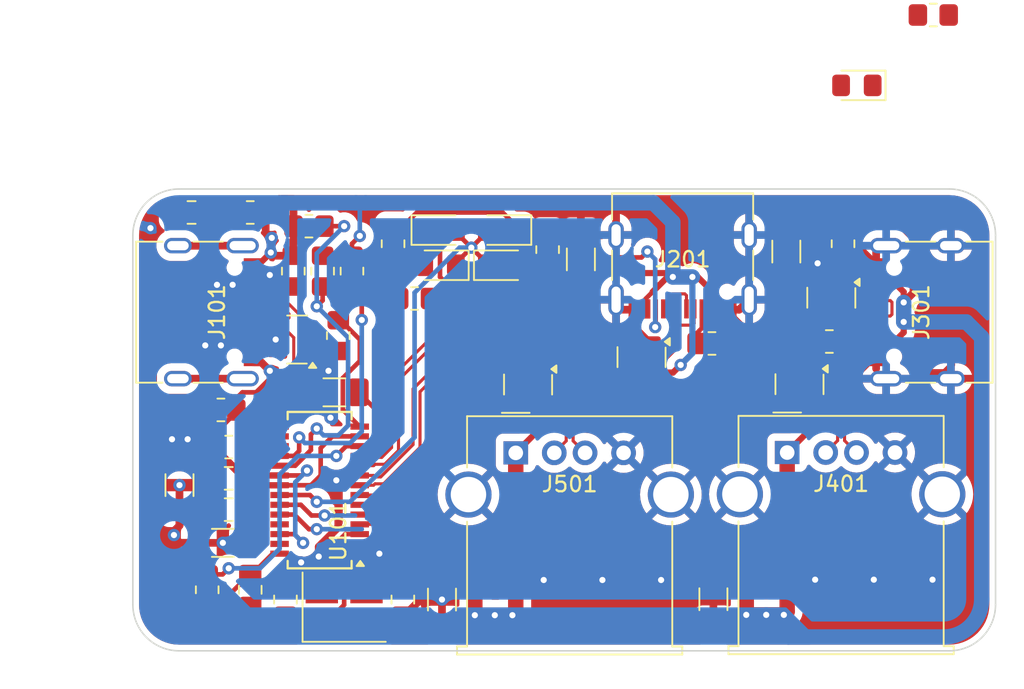
<source format=kicad_pcb>
(kicad_pcb (version 20240108) (generator "pcbnew") (generator_version "8.0")
  (layers (0 "F.Cu" signal) (1 "In1.Cu" signal) (2 "In2.Cu" signal) (31 "B.Cu" signal) (34 "B.Paste" user) (35 "F.Paste" user) (36 "B.SilkS" user "B.Silkscreen") (37 "F.SilkS" user "F.Silkscreen") (38 "B.Mask" user) (39 "F.Mask" user) (44 "Edge.Cuts" user))
  (net 0 "")
  (net 1 "Net-(J101-SHIELD)")
  (net 2 "GND")
  (net 4 "Net-(U101-XOUT)")
  (net 5 "+5V")
  (net 6 "Net-(J101-CC2)")
  (net 7 "Net-(U101-XIN)")
  (net 8 "Net-(J101-CC1)")
  (net 10 "+3.3V")
  (net 11 "/D4USB+")
  (net 12 "Net-(D101-K)")
  (net 14 "/DRV")
  (net 15 "Net-(D102-K)")
  (net 16 "Net-(D105-A)")
  (net 17 "Net-(J201-CC2)")
  (net 18 "/UUSB-")
  (net 19 "/UUSB+")
  (net 20 "Net-(U101-REXT)")
  (net 21 "Net-(U101-~{XRSTJ})")
  (net 22 "Net-(U101-BUSJ)")
  (net 23 "/D4USB-")
  (net 24 "Net-(U101-VBUSM)")
  (net 26 "/D3USB+")
  (net 27 "/D1USB-")
  (net 28 "/D3USB-")
  (net 29 "/D2USB+")
  (net 30 "/D2USB-")
  (net 31 "/D1USB+")
  (net 33 "Net-(J201-CC1)")
  (net 35 "Net-(J301-CC2)")
  (net 36 "Net-(U101-VD18_O)")
  (net 37 "Net-(U101-VD18)")
  (net 38 "Net-(J301-CC1)")
  (net 41 "/LED1")
  (net 42 "/LED2")
  (footprint "Connector_USB:USB_A_Molex_67643_Horizontal" (layer "F.Cu") (at 139.155 106.04)
    (property "Reference" "J501")
    (property "Value" "USB_A")
  )
  (footprint "Package_TO_SOT_SMD:SOT-143" (layer "F.Cu") (at 157.573 101.579 -90)
    (property "Reference" "D401" (hide yes))
    (property "Value" "PRTR5V0U2X")
  )
  (footprint "LED_SMD:LED_0805_2012Metric_Pad1.15x1.40mm_HandSolder" (layer "F.Cu") (at 138.303 93.853)
    (property "Reference" "D103" (hide yes))
    (property "Value" "LED")
  )
  (footprint "LED_SMD:LED_0805_2012Metric_Pad1.15x1.40mm_HandSolder" (layer "F.Cu") (at 134.239 93.853 180)
    (property "Reference" "D104" (hide yes))
    (property "Value" "LED")
  )
  (footprint "Capacitor_SMD:C_1206_3216Metric_Pad1.33x1.80mm_HandSolder" (layer "F.Cu") (at 120.142 111.887 180)
    (property "Reference" "C106" (hide yes))
    (property "Value" "10u")
  )
  (footprint "local:USB_C_Receptacle_G-Switch_GT-USB-7010ASV_shortened" (layer "F.Cu") (at 118.3 96.9 -90)
    (property "Reference" "J101")
    (property "Value" "USB_C_Receptacle_USB2.0_16P")
  )
  (footprint "Resistor_SMD:R_0805_2012Metric_Pad1.20x1.40mm_HandSolder" (layer "F.Cu") (at 126.619 94.234 -90)
    (property "Reference" "R108" (hide yes))
    (property "Value" "100k")
  )
  (footprint "Capacitor_SMD:C_1206_3216Metric_Pad1.33x1.80mm_HandSolder" (layer "F.Cu") (at 134.366 115.57 -90)
    (property "Reference" "C501" (hide yes))
    (property "Value" "10u")
  )
  (footprint "Resistor_SMD:R_0805_2012Metric_Pad1.20x1.40mm_HandSolder" (layer "F.Cu") (at 151.892 98.933)
    (property "Reference" "R202" (hide yes))
    (property "Value" "?")
  )
  (footprint "Resistor_SMD:R_0805_2012Metric_Pad1.20x1.40mm_HandSolder" (layer "F.Cu") (at 166.259 77.597)
    (property "Reference" "R103" (hide yes))
    (property "Value" "300R")
  )
  (footprint "Capacitor_SMD:C_1206_3216Metric_Pad1.33x1.80mm_HandSolder" (layer "F.Cu") (at 151.985 115.549 -90)
    (property "Reference" "C401" (hide yes))
    (property "Value" "10u")
  )
  (footprint "Resistor_SMD:R_0805_2012Metric_Pad1.20x1.40mm_HandSolder" (layer "F.Cu") (at 160.401 92.456 90)
    (property "Reference" "R301" (hide yes))
    (property "Value" "?")
  )
  (footprint "Capacitor_SMD:C_0805_2012Metric_Pad1.18x1.45mm_HandSolder" (layer "F.Cu") (at 131.826 115.57 90)
    (property "Reference" "C104" (hide yes))
    (property "Value" "10p")
  )
  (footprint "Resistor_SMD:R_0805_2012Metric_Pad1.20x1.40mm_HandSolder" (layer "F.Cu") (at 127.635 98.425 90)
    (property "Reference" "R111" (hide yes))
    (property "Value" "2k7 1%")
  )
  (footprint "Capacitor_SMD:C_0805_2012Metric_Pad1.18x1.45mm_HandSolder" (layer "F.Cu") (at 120.523 109.728 180)
    (property "Reference" "C107" (hide yes))
    (property "Value" "100n")
  )
  (footprint "Resistor_SMD:R_0805_2012Metric_Pad1.20x1.40mm_HandSolder" (layer "F.Cu") (at 120.523 105.664)
    (property "Reference" "R107" (hide yes))
    (property "Value" "100k")
  )
  (footprint "Package_TO_SOT_SMD:SOT-143" (layer "F.Cu") (at 159.639 95.9612 -90)
    (property "Reference" "D301" (hide yes))
    (property "Value" "PRTR5V0U2X")
  )
  (footprint "Resistor_SMD:R_0805_2012Metric_Pad1.20x1.40mm_HandSolder" (layer "F.Cu") (at 124.714 94.234 90)
    (property "Reference" "R105" (hide yes))
    (property "Value" "5k1")
  )
  (footprint "Capacitor_SMD:C_0805_2012Metric_Pad1.18x1.45mm_HandSolder" (layer "F.Cu") (at 121.92 114.935 -90)
    (property "Reference" "C109" (hide yes))
    (property "Value" "100n")
  )
  (footprint "local:USB_C_Receptacle_G-Switch_GT-USB-7010ASV_shortened" (layer "F.Cu") (at 166.324 96.901 90)
    (property "Reference" "J301")
    (property "Value" "USB_C_Receptacle_USB2.0_16P")
  )
  (footprint "LED_SMD:LED_0805_2012Metric_Pad1.15x1.40mm_HandSolder" (layer "F.Cu") (at 134.248 91.567)
    (property "Reference" "D101" (hide yes))
    (property "Value" "LED")
  )
  (footprint "Resistor_SMD:R_0805_2012Metric_Pad1.20x1.40mm_HandSolder" (layer "F.Cu") (at 120.015 103.251)
    (property "Reference" "R106" (hide yes))
    (property "Value" "5k1")
  )
  (footprint "Resistor_SMD:R_0805_2012Metric_Pad1.20x1.40mm_HandSolder" (layer "F.Cu") (at 121.92 90.424 180)
    (property "Reference" "R104" (hide yes))
    (property "Value" "100k")
  )
  (footprint "Resistor_SMD:R_0805_2012Metric_Pad1.20x1.40mm_HandSolder" (layer "F.Cu") (at 128.524 94.234 -90)
    (property "Reference" "R110" (hide yes))
    (property "Value" "100k")
  )
  (footprint "Resistor_SMD:R_0805_2012Metric_Pad1.20x1.40mm_HandSolder" (layer "F.Cu") (at 119.126 114.935 -90)
    (property "Reference" "R112" (hide yes))
    (property "Value" "0R")
  )
  (footprint "Resistor_SMD:R_0805_2012Metric_Pad1.20x1.40mm_HandSolder" (layer "F.Cu") (at 159.512 98.806 180)
    (property "Reference" "R302" (hide yes))
    (property "Value" "?")
  )
  (footprint "local:USB_C_Receptacle_G-Switch_GT-USB-7010ASV_shortened" (layer "F.Cu") (at 149.987 92.964 180)
    (property "Reference" "J201")
    (property "Value" "USB_C_Receptacle_USB2.0_16P")
  )
  (footprint "LED_SMD:LED_0805_2012Metric_Pad1.15x1.40mm_HandSolder" (layer "F.Cu") (at 138.303 91.567 180)
    (property "Reference" "D102" (hide yes))
    (property "Value" "LED")
  )
  (footprint "Capacitor_SMD:C_0805_2012Metric_Pad1.18x1.45mm_HandSolder" (layer "F.Cu") (at 118.11 90.424)
    (property "Reference" "C101" (hide yes))
    (property "Value" "10n 200V")
  )
  (footprint "Package_TO_SOT_SMD:SOT-143" (layer "F.Cu") (at 139.954 101.6 -90)
    (property "Reference" "D501" (hide yes))
    (property "Value" "PRTR5V0U2X")
  )
  (footprint "Package_TO_SOT_SMD:SOT-143" (layer "F.Cu") (at 124.968 98.679 180)
    (property "Reference" "D106" (hide yes))
    (property "Value" "PRTR5V0U2X")
  )
  (footprint "Package_SO:SSOP-28_3.9x9.9mm_P0.635mm" (layer "F.Cu") (at 126.425 108.4619 180)
    (property "Reference" "U101")
    (property "Value" "FE1.1s")
  )
  (footprint "Resistor_SMD:R_0805_2012Metric_Pad1.20x1.40mm_HandSolder" (layer "F.Cu") (at 125.73 91.313)
    (property "Reference" "R109" (hide yes))
    (property "Value" "100k")
  )
  (footprint "Capacitor_SMD:C_1206_3216Metric_Pad1.33x1.80mm_HandSolder" (layer "F.Cu") (at 127.381 102.108 180)
    (property "Reference" "C108" (hide yes))
    (property "Value" "10u")
  )
  (footprint "Resistor_SMD:R_0805_2012Metric_Pad1.20x1.40mm_HandSolder" (layer "F.Cu") (at 141.224 92.837 -90)
    (property "Reference" "R201" (hide yes))
    (property "Value" "?")
  )
  (footprint "Capacitor_SMD:C_1206_3216Metric_Pad1.33x1.80mm_HandSolder" (layer "F.Cu") (at 117.3265 108.1366 90)
    (property "Reference" "C102" (hide yes))
    (property "Value" "10u")
  )
  (footprint "Package_TO_SOT_SMD:SOT-143" (layer "F.Cu") (at 147.32 99.822 -90)
    (property "Reference" "D201" (hide yes))
    (property "Value" "PRTR5V0U2X")
  )
  (footprint "Capacitor_SMD:C_1206_3216Metric_Pad1.33x1.80mm_HandSolder" (layer "F.Cu") (at 143.383 93.472 90)
    (property "Reference" "C201" (hide yes))
    (property "Value" "10u")
  )
  (footprint "Capacitor_SMD:C_1206_3216Metric_Pad1.33x1.80mm_HandSolder" (layer "F.Cu") (at 156.718 92.964 -90)
    (property "Reference" "C301" (hide yes))
    (property "Value" "10u")
  )
  (footprint "LED_SMD:LED_0805_2012Metric_Pad1.15x1.40mm_HandSolder" (layer "F.Cu") (at 161.299 82.169 180)
    (property "Reference" "D105" (hide yes))
    (property "Value" "LED")
  )
  (footprint "Crystal:Crystal_SMD_3225-4Pin_3.2x2.5mm_HandSoldering" (layer "F.Cu") (at 128.016 116.0635)
    (property "Reference" "Y101" (hide yes))
    (property "Value" "12MHz")
  )
  (footprint "Resistor_SMD:R_0805_2012Metric_Pad1.20x1.40mm_HandSolder" (layer "F.Cu") (at 132.588 96.012)
    (property "Reference" "R101" (hide yes))
    (property "Value" "300R")
  )
  (footprint "Capacitor_SMD:C_0805_2012Metric_Pad1.18x1.45mm_HandSolder" (layer "F.Cu") (at 120.523 107.696)
    (property "Reference" "C103" (hide yes))
    (property "Value" "100n")
  )
  (footprint "Resistor_SMD:R_0805_2012Metric_Pad1.20x1.40mm_HandSolder" (layer "F.Cu") (at 131.191 92.456 90)
    (property "Reference" "R102" (hide yes))
    (property "Value" "300R")
  )
  (footprint "Capacitor_SMD:C_0805_2012Metric_Pad1.18x1.45mm_HandSolder" (layer "F.Cu") (at 124.206 115.57 -90)
    (property "Reference" "C105" (hide yes))
    (property "Value" "10p")
  )
  (footprint "Connector_USB:USB_A_Molex_67643_Horizontal" (layer "F.Cu") (at 156.774 106.019)
    (property "Reference" "J401")
    (property "Value" "USB_A")
  )
  (gr_arc (start 117.3 118.9) (mid 115.17868 118.02132) (end 114.3 115.9) (stroke (width 0.1)) (layer "Edge.Cuts"))
  (gr_arc (start 114.3 91.9) (mid 115.17868 89.77868) (end 117.3 88.9) (stroke (width 0.1)) (layer "Edge.Cuts"))
  (gr_line (start 167.3 88.9) (end 117.3 88.9) (stroke (width 0.1)) (layer "Edge.Cuts"))
  (gr_line (start 114.3 91.9) (end 114.3 115.9) (stroke (width 0.1)) (layer "Edge.Cuts"))
  (gr_arc (start 167.3 88.9) (mid 169.42132 89.77868) (end 170.3 91.9) (stroke (width 0.1)) (layer "Edge.Cuts"))
  (gr_line (start 170.3 91.9) (end 170.3 115.9) (stroke (width 0.1)) (layer "Edge.Cuts"))
  (gr_arc (start 170.3 115.9) (mid 169.42132 118.02132) (end 167.3 118.9) (stroke (width 0.1)) (layer "Edge.Cuts"))
  (gr_line (start 117.3 118.9) (end 167.3 118.9) (stroke (width 0.1)) (layer "Edge.Cuts"))
  (segment (start 119.1475 90.424) (end 120.92 90.424) (width 0.5) (layer "F.Cu") (net 1))
  (segment (start 117.225 92.58) (end 118.661 92.58) (width 0.5) (layer "F.Cu") (net 1))
  (segment (start 119.1475 92.0935) (end 119.634 92.58) (width 0.5) (layer "F.Cu") (net 1))
  (segment (start 119.634 92.58) (end 121.425 92.58) (width 0.5) (layer "F.Cu") (net 1))
  (segment (start 117.225 101.22) (end 121.425 101.22) (width 0.5) (layer "F.Cu") (net 1))
  (segment (start 119.1475 90.424) (end 119.1475 92.0935) (width 0.5) (layer "F.Cu") (net 1))
  (segment (start 118.661 92.58) (end 119.1475 92.0935) (width 0.5) (layer "F.Cu") (net 1))
  (segment (start 117.225 92.58) (end 119.634 92.58) (width 0.5) (layer "F.Cu") (net 1))
  (segment (start 146.787 97.765) (end 147.844 98.822) (width 0.4) (layer "F.Cu") (net 2))
  (segment (start 159.117654 100.579) (end 161.383 102.844346) (width 0.4) (layer "F.Cu") (net 2))
  (segment (start 153.187 97.134) (end 153.187 96.739) (width 0.4) (layer "F.Cu") (net 2))
  (segment (start 127.127 103.759) (end 127 103.632) (width 0.4) (layer "F.Cu") (net 2))
  (segment (start 162.154 100.101) (end 162.549 100.101) (width 0.4) (layer "F.Cu") (net 2))
  (segment (start 125.391 114.9135) (end 125.01 114.5325) (width 0.5) (layer "F.Cu") (net 2))
  (segment (start 123.19 100.711) (end 123.19 101.219) (width 0.3) (layer "F.Cu") (net 2))
  (segment (start 131.826 116.6075) (end 131.9315 116.6075) (width 0.5) (layer "F.Cu") (net 2))
  (segment (start 160.389 94.9612) (end 159.9852 94.9612) (width 0.3) (layer "F.Cu") (net 2))
  (segment (start 117.348 111.887) (end 118.5795 111.887) (width 0.5) (layer "F.Cu") (net 2))
  (segment (start 118.11 104.394) (end 117.729 104.013) (width 0.3) (layer "F.Cu") (net 2))
  (segment (start 127.508 107.823) (end 127.635 107.95) (width 0.5) (layer "F.Cu") (net 2))
  (segment (start 131.1695 116.6075) (end 130.5635 117.2135) (width 0.5) (layer "F.Cu") (net 2))
  (segment (start 122.301 102.108) (end 121.412 102.108) (width 0.3) (layer "F.Cu") (net 2))
  (segment (start 124.206 114.5325) (end 124.206 113.792) (width 0.5) (layer "F.Cu") (net 2))
  (segment (start 117.3265 109.6991) (end 117.3265 110.7655) (width 0.5) (layer "F.Cu") (net 2))
  (segment (start 126.365 112.776) (end 126.566 112.977) (width 0.5) (layer "F.Cu") (net 2))
  (segment (start 131.826 116.6075) (end 131.1695 116.6075) (width 0.5) (layer "F.Cu") (net 2))
  (segment (start 161.354 92.506) (end 159.208 92.506) (width 0.3) (layer "F.Cu") (net 2))
  (segment (start 125.01 114.5325) (end 124.206 114.5325) (width 0.5) (layer "F.Cu") (net 2))
  (segment (start 129.025 112.5894) (end 130.302 112.5894) (width 0.3) (layer "F.Cu") (net 2))
  (segment (start 131.9315 116.6075) (end 132.969 115.57) (width 0.5) (layer "F.Cu") (net 2))
  (segment (start 122.92 90.424) (end 123.794 89.55) (width 0.5) (layer "F.Cu") (net 2))
  (segment (start 122.139 100.164) (end 122.643 100.164) (width 0.5) (layer "F.Cu") (net 2))
  (segment (start 123.2535 93.0275) (end 122.581 93.7) (width 0.4) (layer "F.Cu") (net 2))
  (segment (start 159.9852 94.9612) (end 158.75 93.726) (width 0.3) (layer "F.Cu") (net 2))
  (segment (start 121.015 103.251) (end 121.015 103.394) (width 0.3) (layer "F.Cu") (net 2))
  (segment (start 161.383 102.844346) (end 161.383 103.611) (width 0.4) (layer "F.Cu") (net 2))
  (segment (start 125.968 99.429) (end 125.968 100.187) (width 0.4) (layer "F.Cu") (net 2))
  (segment (start 143.764 102.865346) (end 143.764 103.632) (width 0.4) (layer "F.Cu") (net 2))
  (segment (start 122.075 100.1) (end 122.139 100.164) (width 0.5) (layer "F.Cu") (net 2))
  (segment (start 151.985 117.1115) (end 152.8355 117.962) (width 1) (layer "F.Cu") (net 2))
  (segment (start 124.206 113.792) (end 124.841 113.157) (width 0.5) (layer "F.Cu") (net 2))
  (segment (start 135.2165 117.983) (end 138.938 117.983) (width 1) (layer "F.Cu") (net 2))
  (segment (start 146.155 106.023) (end 146.155 106.04) (width 0.4) (layer "F.Cu") (net 2))
  (segment (start 134.366 117.1325) (end 133.1845 117.1325) (width 0.5) (layer "F.Cu") (net 2))
  (segment (start 152.8355 117.962) (end 156.557 117.962) (width 1) (layer "F.Cu") (net 2))
  (segment (start 141.498654 100.6) (end 143.764 102.865346) (width 0.4) (layer "F.Cu") (net 2))
  (segment (start 166.987 100.801) (end 165.889 100.801) (width 0.4) (layer "F.Cu") (net 2))
  (segment (start 153.187 96.739) (end 153.657 96.739) (width 0.5) (layer "F.Cu") (net 2))
  (segment (start 163.774 106.002) (end 163.774 106.019) (width 0.4) (layer "F.Cu") (net 2))
  (segment (start 122.581 93.7) (end 122.075 93.7) (width 0.4) (layer "F.Cu") (net 2))
  (segment (start 162.549 93.701) (end 161.354 92.506) (width 0.3) (layer "F.Cu") (net 2))
  (segment (start 123.36 114.5325) (end 121.92 115.9725) (width 0.5) (layer "F.Cu") (net 2))
  (segment (start 133.1845 117.1325) (end 132.6595 116.6075) (width 0.5) (layer "F.Cu") (net 2))
  (segment (start 158.75 92.964) (end 158.75 93.726) (width 0.3) (layer "F.Cu") (net 2))
  (segment (start 127.635 107.95) (end 127.635 110.871) (width 0.5) (layer "F.Cu") (net 2))
  (segment (start 161.383 103.611) (end 163.774 106.002) (width 0.4) (layer "F.Cu") (net 2))
  (segment (start 118.745 107.696) (end 118.3044 108.1366) (width 0.5) (layer "F.Cu") (net 2))
  (segment (start 147.844 98.822) (end 148.07 98.822) (width 0.4) (layer "F.Cu") (net 2))
  (segment (start 143.764 103.632) (end 146.155 106.023) (width 0.4) (layer "F.Cu") (net 2))
  (segment (start 121.015 103.394) (end 120.015 104.394) (width 0.3) (layer "F.Cu") (net 2))
  (segment (start 132.6595 116.6075) (end 131.826 116.6075) (width 0.5) (layer "F.Cu") (net 2))
  (segment (start 146.787 96.739) (end 146.787 97.765) (width 0.4) (layer "F.Cu") (net 2))
  (segment (start 161.417 100.838) (end 162.154 100.101) (width 0.4) (layer "F.Cu") (net 2))
  (segment (start 153.924 97.871) (end 153.187 97.134) (width 0.4) (layer "F.Cu") (net 2))
  (segment (start 162.549 100.101) (end 162.549 100.571) (width 0.5) (layer "F.Cu") (net 2))
  (segment (start 158.323 100.579) (end 159.117654 100.579) (width 0.4) (layer "F.Cu") (net 2))
  (segment (start 121.412 102.108) (end 121.015 102.505) (width 0.3) (layer "F.Cu") (net 2))
  (segment (start 121.015 102.505) (end 121.015 103.251) (width 0.3) (layer "F.Cu") (net 2))
  (segment (start 117.3265 110.7655) (end 116.967 111.125) (width 0.5) (layer "F.Cu") (net 2))
  (segment (start 123.794 89.55) (end 124.714 89.55) (width 0.5) (layer "F.Cu") (net 2))
  (segment (start 118.3044 108.1366) (end 117.3265 108.1366) (width 0.5) (layer "F.Cu") (net 2))
  (segment (start 140.704 100.6) (end 141.498654 100.6) (width 0.4) (layer "F.Cu") (net 2))
  (segment (start 120.015 104.394) (end 118.11 104.394) (width 0.3) (layer "F.Cu") (net 2))
  (segment (start 124.841 113.157) (end 125.222 113.157) (width 0.5) (layer "F.Cu") (net 2))
  (segment (start 130.5635 117.2135) (end 129.466 117.2135) (width 0.5) (layer "F.Cu") (net 2))
  (segment (start 116.967 111.506) (end 117.348 111.887) (width 0.5) (layer "F.Cu") (net 2))
  (segment (start 122.075 93.7) (end 122.087 93.688) (width 0.4) (layer "F.Cu") (net 2))
  (segment (start 126.492 100.711) (end 127 100.711) (width 0.4) (layer "F.Cu") (net 2))
  (segment (start 127.635 110.871) (end 126.365 112.141) (width 0.5) (layer "F.Cu") (net 2))
  (segment (start 153.657 96.739) (end 154.307 96.089) (width 0.5) (layer "F.Cu") (net 2))
  (segment (start 126.566 114.9135) (end 125.391 114.9135) (width 0.5) (layer "F.Cu") (net 2))
  (segment (start 127 103.632) (end 127 100.711) (width 0.4) (layer "F.Cu") (net 2))
  (segment (start 124.206 114.5325) (end 123.36 114.5325) (width 0.5) (layer "F.Cu") (net 2))
  (segment (start 167.479 100.309) (end 166.987 100.801) (width 0.4) (layer "F.Cu") (net 2))
  (segment (start 125.968 100.187) (end 126.492 100.711) (width 0.4) (layer "F.Cu") (net 2))
  (segment (start 122.643 100.164) (end 123.19 100.711) (width 0.5) (layer "F.Cu") (net 2))
  (segment (start 119.4855 107.696) (end 118.745 107.696) (width 0.5) (layer "F.Cu") (net 2))
  (segment (start 134.366 117.1325) (end 135.2165 117.983) (width 1) (layer "F.Cu") (net 2))
  (segment (start 116.967 111.125) (end 116.967 111.506) (width 0.5) (layer "F.Cu") (net 2))
  (segment (start 126.365 112.141) (end 126.365 112.776) (width 0.5) (layer "F.Cu") (net 2))
  (segment (start 132.969 115.57) (end 134.366 115.57) (width 0.5) (layer "F.Cu") (net 2))
  (segment (start 121.285 103.251) (end 121.015 103.251) (width 0.3) (layer "F.Cu") (net 2))
  (segment (start 159.208 92.506) (end 158.75 92.964) (width 0.3) (layer "F.Cu") (net 2))
  (segment (start 126.566 112.977) (end 126.566 114.9135) (width 0.5) (layer "F.Cu") (net 2))
  (segment (start 123.19 101.219) (end 122.301 102.108) (width 0.3) (layer "F.Cu") (net 2))
  (segment (start 126.566 114.9135) (end 126.566 111.94) (width 0.5) (layer "F.Cu") (net 2))
  (via (at 125.222 113.157) (size 0.8) (drill 0.4) (layers "F.Cu" "B.Cu") (net 2))
  (via (at 148.59 114.3) (size 0.8) (drill 0.4) (layers "F.Cu" "B.Cu") (net 2))
  (via (at 134.366 115.57) (size 0.8) (drill 0.4) (layers "F.Cu" "B.Cu") (net 2))
  (via (at 127.127 103.759) (size 0.8) (drill 0.4) (layers "F.Cu" "B.Cu") (net 2))
  (via (at 123.317 92.075) (size 0.8) (drill 0.4) (layers "F.Cu" "B.Cu") (net 2))
  (via (at 123.19 100.711) (size 0.8) (drill 0.4) (layers "F.Cu" "B.Cu") (net 2))
  (via (at 127.508 107.823) (size 0.8) (drill 0.4) (layers "F.Cu" "B.Cu") (net 2))
  (via (at 115.443 91.44) (size 0.8) (drill 0.4) (layers "F.Cu" "B.Cu") (net 2))
  (via (at 166.209 114.279) (size 0.8) (drill 0.4) (layers "F.Cu" "B.Cu") (net 2))
  (via (at 116.967 111.379) (size 0.8) (drill 0.4) (layers "F.Cu" "B.Cu") (net 2))
  (via (at 120.142 111.887) (size 0.8) (drill 0.4) (layers "F.Cu" "B.Cu") (net 2))
  (via (at 127 100.711) (size 0.8) (drill 0.4) (layers "F.Cu" "B.Cu") (net 2))
  (via (at 162.399 114.279) (size 0.8) (drill 0.4) (layers "F.Cu" "B.Cu") (net 2))
  (via (at 158.75 93.726) (size 0.8) (drill 0.4) (layers "F.Cu" "B.Cu") (net 2))
  (via (at 123.2535 93.0275) (size 0.8) (drill 0.4) (layers "F.Cu" "B.Cu") (net 2))
  (via (at 117.3265 108.1366) (size 0.8) (drill 0.4) (layers "F.Cu" "B.Cu") (net 2))
  (via (at 158.589 114.279) (size 0.8) (drill 0.4) (layers "F.Cu" "B.Cu") (net 2))
  (via (at 130.302 112.5894) (size 0.8) (drill 0.4) (layers "F.Cu" "B.Cu") (net 2))
  (via (at 140.97 114.3) (size 0.8) (drill 0.4) (layers "F.Cu" "B.Cu") (net 2))
  (via (at 144.78 114.3) (size 0.8) (drill 0.4) (layers "F.Cu" "B.Cu") (net 2))
  (via (at 126.365 112.776) (size 0.8) (drill 0.4) (layers "F.Cu" "B.Cu") (net 2))
  (segment (start 129.025 111.9544) (end 128.16 111.9544) (width 0.3) (layer "F.Cu") (net 4))
  (segment (start 131.022 114.5325) (end 130.641 114.9135) (width 0.3) (layer "F.Cu") (net 4))
  (segment (start 129.466 113.6584) (end 129.466 114.9135) (width 0.3) (layer "F.Cu") (net 4))
  (segment (start 128.287 113.3514) (end 129.159 113.3514) (width 0.3) (layer "F.Cu") (net 4))
  (segment (start 131.826 114.5325) (end 131.022 114.5325) (width 0.3) (layer "F.Cu") (net 4))
  (segment (start 128.16 111.9544) (end 127.889 112.2254) (width 0.3) (layer "F.Cu") (net 4))
  (segment (start 129.159 113.3514) (end 129.466 113.6584) (width 0.3) (layer "F.Cu") (net 4))
  (segment (start 127.889 112.9534) (end 128.287 113.3514) (width 0.3) (layer "F.Cu") (net 4))
  (segment (start 127.889 112.2254) (end 127.889 112.9534) (width 0.3) (layer "F.Cu") (net 4))
  (segment (start 130.641 114.9135) (end 129.466 114.9135) (width 0.3) (layer "F.Cu") (net 4))
  (segment (start 149.368 100.822) (end 148.27 100.822) (width 0.4) (layer "F.Cu") (net 5))
  (segment (start 139.155 106.04) (end 139.155 116.369) (width 1) (layer "F.Cu") (net 5))
  (segment (start 121.369594 99.3) (end 122.025 99.3) (width 0.3) (layer "F.Cu") (net 5))
  (segment (start 147.587 96.033594) (end 148.035594 95.585) (width 0.3) (layer "F.Cu") (net 5))
  (segment (start 117.475 105.537) (end 117.856 105.156) (width 0.4) (layer "F.Cu") (net 5))
  (segment (start 156.557 116.565) (end 154.118 116.565) (width 1) (layer "F.Cu") (net 5))
  (segment (start 136.499 116.586) (end 136.499 115.036) (width 1) (layer "F.Cu") (net 5))
  (segment (start 121.034248 99.1) (end 121.169594 99.1) (width 0.3) (layer "F.Cu") (net 5))
  (segment (start 123.251 99.629) (end 123.968 99.629) (width 0.4) (layer "F.Cu") (net 5))
  (segment (start 149.352 94.615) (end 149.098 94.361) (width 0.4) (layer "F.Cu") (net 5))
  (segment (start 117.3265 105.6425) (end 117.3265 106.5741) (width 0.5) (layer "F.Cu") (net 5))
  (segment (start 120.777 95.123) (end 119.761 95.123) (width 0.4) (layer "F.Cu") (net 5))
  (segment (start 117.221 105.537) (end 116.84 105.156) (width 0.4) (layer "F.Cu") (net 5))
  (segment (start 164.973 92.075) (end 164.973 95.631) (width 0.5) (layer "F.Cu") (net 5))
  (segment (start 152.387 96.689) (end 152.387 96.033594) (width 0.3) (layer "F.Cu") (net 5))
  (segment (start 117.3265 105.1775) (end 117.348 105.156) (width 0.4) (layer "F.Cu") (net 5))
  (segment (start 122.025 94.5) (end 123.178 94.5) (width 0.5) (layer "F.Cu") (net 5))
  (segment (start 121.555 107.696) (end 119.523 105.664) (width 0.5) (layer "F.Cu") (net 5))
  (segment (start 152.892 98.028) (end 152.892 98.933) (width 0.3) (layer "F.Cu") (net 5))
  (segment (start 143.5985 95.0345) (end 143.383 95.0345) (width 0.4) (layer "F.Cu") (net 5))
  (segment (start 154.118 115.015) (end 153.0895 113.9865) (width 1) (layer "F.Cu") (net 5))
  (segment (start 144.272 94.361) (end 143.5985 95.0345) (width 0.4) (layer "F.Cu") (net 5))
  (segment (start 156.774 116.348) (end 156.557 116.565) (width 1) (layer "F.Cu") (net 5))
  (segment (start 117.856 105.156) (end 117.348 105.156) (width 0.4) (layer "F.Cu") (net 5))
  (segment (start 152.387 96.033594) (end 151.811406 95.458) (width 0.3) (layer "F.Cu") (net 5))
  (segment (start 160.401 91.456) (end 161.782 91.456) (width 0.5) (layer "F.Cu") (net 5))
  (segment (start 136.499 115.036) (end 135.4705 114.0075) (width 1) (layer "F.Cu") (net 5))
  (segment (start 160.3568 96.9612) (end 158.512 98.806) (width 0.3) (layer "F.Cu") (net 5))
  (segment (start 124.7814 111.3194) (end 125.349 111.887) (width 0.3) (layer "F.Cu") (net 5))
  (segment (start 163.703 94.949594) (end 164.338 95.584594) (width 0.4) (layer "F.Cu") (net 5))
  (segment (start 162.179 91.059) (end 163.957 91.059) (width 0.5) (layer "F.Cu") (net 5))
  (segment (start 117.348 105.156) (end 116.84 105.156) (width 0.4) (layer "F.Cu") (net 5))
  (segment (start 117.3265 105.537) (end 117.3265 105.1775) (width 0.4) (layer "F.Cu") (net 5))
  (segment (start 123.178 94.5) (end 123.19 94.488) (width 0.5) (layer "F.Cu") (net 5))
  (segment (start 150.622 94.615) (end 149.005594 94.615) (width 0.4) (layer "F.Cu") (net 5))
  (segment (start 135.4705 114.0075) (end 134.366 114.0075) (width 1) (layer "F.Cu") (net 5))
  (segment (start 164.973 95.631) (end 164.338 96.266) (width 0.5) (layer "F.Cu") (net 5))
  (segment (start 150.968406 94.615) (end 151.811406 95.458) (width 0.4) (layer "F.Cu") (net 5))
  (segment (start 123.968 99.076) (end 123.571 98.679) (width 0.4) (layer "F.Cu") (net 5))
  (segment (start 122.555 107.696) (end 121.5605 107.696) (width 0.4) (layer "F.Cu") (net 5))
  (segment (start 138.938 116.586) (end 136.499 116.586) (width 1) (layer "F.Cu") (net 5))
  (segment (start 121.5605 107.696) (end 121.555 107.696) (width 0.5) (layer "F.Cu") (net 5))
  (segment (start 149.005594 94.615) (end 148.035594 95.585) (width 0.4) (layer "F.Cu") (net 5))
  (segment (start 118.999 99.06) (end 120.015 99.06) (width 0.4) (layer "F.Cu") (net 5))
  (segment (start 160.589 96.9612) (end 160.3568 96.9612) (width 0.3) (layer "F.Cu") (net 5))
  (segment (start 121.169594 99.1) (end 121.369594 99.3) (width 0.3) (layer "F.Cu") (net 5))
  (segment (start 163.957 91.059) (end 164.973 92.075) (width 0.5) (layer "F.Cu") (net 5))
  (segment (start 163.254406 94.501) (end 163.703 94.949594) (width 0.3) (layer "F.Cu") (net 5))
  (segment (start 158.523 104.27) (end 156.774 106.019) (width 0.4) (layer "F.Cu") (net 5))
  (segment (start 120.994248 99.06) (end 121.034248 99.1) (width 0.3) (layer "F.Cu") (net 5))
  (segment (start 160.3465 91.4015) (end 160.401 91.456) (width 0.5) (layer "F.Cu") (net 5))
  (segment (start 142.596 95.0345) (end 143.383 95.0345) (width 0.3) (layer "F.Cu") (net 5))
  (segment (start 156.774 106.019) (end 156.774 116.348) (width 1) (layer "F.Cu") (net 5))
  (segment (start 152.387 97.523) (end 152.892 98.028) (width 0.3) (layer "F.Cu") (net 5))
  (segment (start 119.253 105.664) (end 118.745 105.156) (width 0.5) (layer "F.Cu") (net 5))
  (segment (start 161.163 99.949) (end 159.655 99.949) (width 0.3) (layer "F.Cu") (net 5))
  (segment (start 120.015 99.06) (end 120.994248 99.06) (width 0.3) (layer "F.Cu") (net 5))
  (segment (start 117.856 105.156) (end 117.3265 105.6855) (width 0.5) (layer "F.Cu") (net 5))
  (segment (start 125.2816 107.5094) (end 125.603 107.188) (width 0.3) (layer "F.Cu") (net 5))
  (segment (start 161.811 99.301) (end 161.163 99.949) (width 0.3) (layer "F.Cu") (net 5))
  (segment (start 120.015 99.06) (end 120.923538 99.06) (width 0.4) (layer "F.Cu") (net 5))
  (segment (start 153.0895 113.9865) (end 151.985 113.9865) (width 1) (layer "F.Cu") (net 5))
  (segment (start 163.254406 99.301) (end 163.83 98.725406) (width 0.3) (layer "F.Cu") (net 5))
  (segment (start 123.825 107.5094) (end 122.7416 107.5094) (width 0.4) (layer "F.Cu") (net 5))
  (segment (start 117.3265 105.6855) (end 117.3265 106.5741) (width 0.5) (layer "F.Cu") (net 5))
  (segment (start 123.825 107.5094) (end 125.2816 107.5094) (width 0.3) (layer "F.Cu") (net 5))
  (segment (start 154.118 116.565) (end 154.118 115.015) (width 1) (layer "F.Cu") (net 5))
  (segment (start 117.3265 106.5741) (end 117.3265 105.537) (width 0.4) (layer "F.Cu") (net 5))
  (segment (start 140.904 102.6) (end 140.904 104.291) (width 0.4) (layer "F.Cu") (net 5))
  (segment (start 128.524 93.234) (end 126.619 93.234) (width 0.3) (layer "F.Cu") (net 5))
  (segment (start 162.599 99.301) (end 161.811 99.301) (width 0.3) (layer "F.Cu") (net 5))
  (segment (start 141.3985 93.837) (end 142.596 95.0345) (width 0.3) (layer "F.Cu") (net 5))
  (segment (start 122.922 99.3) (end 123.251 99.629) (width 0.4) (layer "F.Cu") (net 5))
  (segment (start 140.904 104.291) (end 139.155 106.04) (width 0.4) (layer "F.Cu") (net 5))
  (segment (start 158.523 102.579) (end 158.523 104.27) (width 0.4) (layer "F.Cu") (net 5))
  (segment (start 164.338 97.536) (end 164.338 98.217406) (width 0.4) (layer "F.Cu") (net 5))
  (segment (start 123.825 111.3194) (end 124.7814 111.3194) (width 0.3) (layer "F.Cu") (net 5))
  (segment (start 164.338 95.584594) (end 164.338 97.536) (width 0.4) (layer "F.Cu") (net 5))
  (segment (start 149.098 94.361) (end 144.272 94.361) (width 0.4) (layer "F.Cu") (net 5))
  (segment (start 128.524 92.456) (end 129.032 91.948) (width 0.3) (layer "F.Cu") (net 5))
  (segment (start 122.7416 107.5094) (end 122.555 107.696) (width 0.4) (layer "F.Cu") (net 5))
  (segment (start 118.745 105.156) (end 117.856 105.156) (width 0.5) (layer "F.Cu") (net 5))
  (segment (start 149.86 100.33) (end 149.368 100.822) (width 0.4) (layer "F.Cu") (net 5))
  (segment (start 117.856 105.156) (end 116.84 105.156) (width 0.5) (layer "F.Cu") (net 5))
  (segment (start 117.3265 105.537) (end 117.475 105.537) (width 0.4) (layer "F.Cu") (net 5))
  (segment (start 162.599 99.301) (end 163.254406 99.301) (width 0.3) (layer "F.Cu") (net 5))
  (segment (start 164.338 98.217406) (end 163.83 98.725406) (width 0.4) (layer "F.Cu") (net 5))
  (segment (start 117.3265 105.537) (end 117.221 105.537) (width 0.4) (layer "F.Cu") (net 5))
  (segment (start 122.025 99.3) (end 122.922 99.3) (width 0.4) (layer "F.Cu") (net 5))
  (segment (start 162.599 94.501) (end 163.254406 94.501) (width 0.3) (layer "F.Cu") (net 5))
  (segment (start 128.524 93.234) (end 128.524 92.456) (width 0.3) (layer "F.Cu") (net 5))
  (segment (start 141.224 93.837) (end 141.3985 93.837) (width 0.3) (layer "F.Cu") (net 5))
  (segment (start 150.622 94.615) (end 150.968406 94.615) (width 0.4) (layer "F.Cu") (net 5))
  (segment (start 116.84 105.156) (end 117.3265 105.6425) (width 0.5) (layer "F.Cu") (net 5))
  (segment (start 156.718 91.4015) (end 160.3465 91.4015) (width 0.5) (layer "F.Cu") (net 5))
  (segment (start 139.155 116.369) (end 138.938 116.586) (width 1) (layer "F.Cu") (net 5))
  (segment (start 122.025 94.5) (end 121.4 94.5) (width 0.3) (layer "F.Cu") (net 5))
  (segment (start 119.523 105.664) (end 119.253 105.664) (width 0.5) (layer "F.Cu") (net 5))
  (segment (start 123.968 99.629) (end 123.968 99.076) (width 0.4) (layer "F.Cu") (net 5))
  (segment (start 161.782 91.456) (end 162.179 91.059) (width 0.5) (layer "F.Cu") (net 5))
  (segment (start 159.655 99.949) (end 158.512 98.806) (width 0.3) (layer "F.Cu") (net 5))
  (segment (start 147.587 96.689) (end 147.587 96.033594) (width 0.3) (layer "F.Cu") (net 5))
  (segment (start 121.4 94.5) (end 120.777 95.123) (width 0.3) (layer "F.Cu") (net 5))
  (segment (start 152.387 96.689) (end 152.387 97.523) (width 0.3) (layer "F.Cu") (net 5))
  (via (at 129.032 91.948) (size 0.8) (drill 0.4) (layers "F.Cu" "B.Cu") (net 5))
  (via (at 149.352 94.615) (size 0.8) (drill 0.4) (layers "F.Cu" "B.Cu") (net 5))
  (via (at 164.338 96.266) (size 0.8) (drill 0.4) (layers "F.Cu" "B.Cu") (net 5))
  (via (at 164.338 97.536) (size 0.8) (drill 0.4) (layers "F.Cu" "B.Cu") (net 5))
  (via (at 136.499 116.586) (size 0.8) (drill 0.4) (layers "F.Cu" "B.Cu") (net 5))
  (via (at 155.414 116.565) (size 0.8) (drill 0.4) (layers "F.Cu" "B.Cu") (net 5))
  (via (at 116.84 105.156) (size 0.8) (drill 0.4) (layers "F.Cu" "B.Cu") (net 5))
  (via (at 138.938 116.586) (size 0.8) (drill 0.4) (layers "F.Cu" "B.Cu") (net 5))
  (via (at 149.86 100.33) (size 0.8) (drill 0.4) (layers "F.Cu" "B.Cu") (net 5))
  (via (at 117.856 105.156) (size 0.8) (drill 0.4) (layers "F.Cu" "B.Cu") (net 5))
  (via (at 156.557 116.565) (size 0.8) (drill 0.4) (layers "F.Cu" "B.Cu") (net 5))
  (via (at 154.118 116.565) (size 0.8) (drill 0.4) (layers "F.Cu" "B.Cu") (net 5))
  (via (at 120.015 99.06) (size 0.8) (drill 0.4) (layers "F.Cu" "B.Cu") (net 5))
  (via (at 125.603 107.188) (size 0.8) (drill 0.4) (layers "F.Cu" "B.Cu") (net 5))
  (via (at 118.999 99.06) (size 0.8) (drill 0.4) (layers "F.Cu" "B.Cu") (net 5))
  (via (at 137.795 116.586) (size 0.8) (drill 0.4) (layers "F.Cu" "B.Cu") (net 5))
  (via (at 150.622 94.615) (size 0.8) (drill 0.4) (layers "F.Cu" "B.Cu") (net 5))
  (via (at 125.349 111.887) (size 0.8) (drill 0.4) (layers "F.Cu" "B.Cu") (net 5))
  (via (at 123.571 98.679) (size 0.8) (drill 0.4) (layers "F.Cu" "B.Cu") (net 5))
  (via (at 119.761 95.123) (size 0.8) (drill 0.4) (layers "F.Cu" "B.Cu") (net 5))
  (via (at 120.777 95.123) (size 0.8) (drill 0.4) (layers "F.Cu" "B.Cu") (net 5))
  (via (at 123.19 94.488) (size 0.8) (drill 0.4) (layers "F.Cu" "B.Cu") (net 5))
  (segment (start 129.032 90.054) (end 128.778 89.8) (width 0.3) (layer "B.Cu") (net 5))
  (segment (start 128.778 89.8) (end 123.941 89.8) (width 1) (layer "B.Cu") (net 5))
  (segment (start 124.841 107.95) (end 125.603 107.188) (width 0.3) (layer "B.Cu") (net 5))
  (segment (start 169.4 98.534) (end 169.4 115.537024) (width 1) (layer "B.Cu") (net 5))
  (segment (start 149.86 100.33) (end 150.622 99.568) (width 0.4) (layer "B.Cu") (net 5))
  (segment (start 166.937024 118) (end 156.849 118) (width 1) (layer "B.Cu") (net 5))
  (segment (start 164.338 97.536) (end 164.338 96.266) (width 1) (layer "B.Cu") (net 5))
  (segment (start 148.093 89.8) (end 149.352 91.059) (width 1) (layer "B.Cu") (net 5))
  (segment (start 149.352 91.059) (end 149.352 94.615) (width 1) (layer "B.Cu") (net 5))
  (segment (start 168.402 97.536) (end 169.4 98.534) (width 1) (layer "B.Cu") (net 5))
  (segment (start 156.849 118) (end 155.414 116.565) (width 1) (layer "B.Cu") (net 5))
  (segment (start 150.622 94.615) (end 149.352 94.615) (width 1) (layer "B.Cu") (net 5))
  (segment (start 150.622 99.568) (end 150.622 94.615) (width 0.4) (layer "B.Cu") (net 5))
  (segment (start 148.093 89.8) (end 129.413 89.8) (width 1) (layer "B.Cu") (net 5))
  (segment (start 124.841 111.379) (end 124.841 107.95) (width 0.3) (layer "B.Cu") (net 5))
  (segment (start 164.338 97.536) (end 168.402 97.536) (width 1) (layer "B.Cu") (net 5))
  (segment (start 129.413 89.8) (end 128.778 89.8) (width 1) (layer "B.Cu") (net 5))
  (segment (start 129.032 91.948) (end 129.032 90.054) (width 0.3) (layer "B.Cu") (net 5))
  (segment (start 125.349 111.887) (end 124.841 111.379) (width 0.3) (layer "B.Cu") (net 5))
  (arc (start 169.4 115.537024) (mid 168.678611 117.278611) (end 166.937024 118) (width 1) (layer "B.Cu") (net 5))
  (segment (start 116.713 100.076) (end 116.332 100.076) (width 0.3) (layer "F.Cu") (net 6))
  (segment (start 115.713 101.743) (end 116.332 102.362) (width 0.3) (layer "F.Cu") (net 6))
  (segment (start 115.713 100.695) (end 115.713 101.743) (width 0.3) (layer "F.Cu") (net 6))
  (segment (start 116.332 102.362) (end 118.126 102.362) (width 0.3) (layer "F.Cu") (net 6))
  (segment (start 120.777 98.171) (end 118.618 98.171) (width 0.3) (layer "F.Cu") (net 6))
  (segment (start 116.332 100.076) (end 115.713 100.695) (width 0.3) (layer "F.Cu") (net 6))
  (segment (start 118.126 102.362) (end 119.015 103.251) (width 0.3) (layer "F.Cu") (net 6))
  (segment (start 122.025 98.65) (end 122 98.625) (width 0.25) (layer "F.Cu") (net 6))
  (segment (start 121.231 98.625) (end 120.777 98.171) (width 0.25) (layer "F.Cu") (net 6))
  (segment (start 122 98.625) (end 121.231 98.625) (width 0.25) (layer "F.Cu") (net 6))
  (segment (start 118.618 98.171) (end 116.713 100.076) (width 0.3) (layer "F.Cu") (net 6))
  (segment (start 128.087893 111.3194) (end 127.381 112.026293) (width 0.3) (layer "F.Cu") (net 7))
  (segment (start 128.016 113.7905) (end 128.016 115.9135) (width 0.3) (layer "F.Cu") (net 7))
  (segment (start 127.381 112.026293) (end 127.381 113.1555) (width 0.3) (layer "F.Cu") (net 7))
  (segment (start 126.566 117.2135) (end 125.50025 117.2135) (width 0.3) (layer "F.Cu") (net 7))
  (segment (start 127.381 113.1555) (end 128.016 113.7905) (width 0.3) (layer "F.Cu") (net 7))
  (segment (start 125.50025 117.2135) (end 124.89425 116.6075) (width 0.3) (layer "F.Cu") (net 7))
  (segment (start 129.025 111.3194) (end 128.087893 111.3194) (width 0.3) (layer "F.Cu") (net 7))
  (segment (start 124.89425 116.6075) (end 124.206 116.6075) (width 0.3) (layer "F.Cu") (net 7))
  (segment (start 128.016 115.9135) (end 126.716 117.2135) (width 0.3) (layer "F.Cu") (net 7))
  (segment (start 126.716 117.2135) (end 126.566 117.2135) (width 0.3) (layer "F.Cu") (net 7))
  (segment (start 123.714 95.234) (end 124.714 95.234) (width 0.3) (layer "F.Cu") (net 8))
  (segment (start 123.298 95.65) (end 123.714 95.234) (width 0.3) (layer "F.Cu") (net 8))
  (segment (start 122.025 95.65) (end 123.298 95.65) (width 0.3) (layer "F.Cu") (net 8))
  (segment (start 123.825 108.1444) (end 125.857 108.1444) (width 0.3) (layer "F.Cu") (net 10))
  (segment (start 122.682 108.966) (end 121.92 109.728) (width 0.4) (layer "F.Cu") (net 10))
  (segment (start 121.92 109.728) (end 121.5605 109.728) (width 0.4) (layer "F.Cu") (net 10))
  (segment (start 121.5605 109.728) (end 121.5605 111.743) (width 0.5) (layer "F.Cu") (net 10))
  (segment (start 121.5605 111.743) (end 121.7045 111.887) (width 0.5) (layer "F.Cu") (net 10))
  (segment (start 125.857 108.1444) (end 126.492 107.5094) (width 0.3) (layer "F.Cu") (net 10))
  (segment (start 122.955128 108.1444) (end 122.682 108.417528) (width 0.4) (layer "F.Cu") (net 10))
  (segment (start 126.492 105.7314) (end 127.254 104.9694) (width 0.3) (layer "F.Cu") (net 10))
  (segment (start 126.492 107.5094) (end 126.492 105.7314) (width 0.3) (layer "F.Cu") (net 10))
  (segment (start 122.682 108.417528) (end 122.682 108.966) (width 0.4) (layer "F.Cu") (net 10))
  (segment (start 127.254 104.9694) (end 129.025 104.9694) (width 0.3) (layer "F.Cu") (net 10))
  (segment (start 123.825 108.1444) (end 122.955128 108.1444) (width 0.4) (layer "F.Cu") (net 10))
  (segment (start 129.025 110.0494) (end 129.925001 110.0494) (width 0.2) (layer "F.Cu") (net 11))
  (segment (start 139.904 100.974999) (end 139.529001 100.6) (width 0.2) (layer "F.Cu") (net 11))
  (segment (start 142.880001 105.265001) (end 142.880001 102.810801) (width 0.2) (layer "F.Cu") (net 11))
  (segment (start 140.302398 101.375) (end 139.904 100.976602) (width 0.2) (layer "F.Cu") (net 11))
  (segment (start 142.880001 102.810801) (end 141.4442 101.375) (width 0.2) (layer "F.Cu") (net 11))
  (segment (start 137.1938 101.375) (end 137.703999 101.375) (width 0.2) (layer "F.Cu") (net 11))
  (segment (start 130.255152 110.1419) (end 135.157 105.240052) (width 0.2) (layer "F.Cu") (net 11))
  (segment (start 143.655 106.04) (end 142.880001 105.265001) (width 0.2) (layer "F.Cu") (net 11))
  (segment (start 135.157 103.4118) (end 137.1938 101.375) (width 0.2) (layer "F.Cu") (net 11))
  (segment (start 138.478999 100.6) (end 139.004 100.6) (width 0.2) (layer "F.Cu") (net 11))
  (segment (start 139.904 100.976602) (end 139.904 100.974999) (width 0.2) (layer "F.Cu") (net 11))
  (segment (start 130.017501 110.1419) (end 130.255152 110.1419) (width 0.2) (layer "F.Cu") (net 11))
  (segment (start 141.4442 101.375) (end 140.302398 101.375) (width 0.2) (layer "F.Cu") (net 11))
  (segment (start 135.157 105.240052) (end 135.157 103.4118) (width 0.2) (layer "F.Cu") (net 11))
  (segment (start 139.529001 100.6) (end 139.004 100.6) (width 0.2) (layer "F.Cu") (net 11))
  (segment (start 129.925001 110.0494) (end 130.017501 110.1419) (width 0.2) (layer "F.Cu") (net 11))
  (segment (start 137.703999 101.375) (end 138.478999 100.6) (width 0.2) (layer "F.Cu") (net 11))
  (segment (start 139.328 93.853) (end 139.328 93.971) (width 0.3) (layer "F.Cu") (net 12))
  (segment (start 134.239 94.615) (end 134.239 92.71) (width 0.3) (layer "F.Cu") (net 12))
  (segment (start 134.62 94.996) (end 134.239 94.615) (width 0.3) (layer "F.Cu") (net 12))
  (segment (start 139.328 93.971) (end 138.303 94.996) (width 0.3) (layer "F.Cu") (net 12))
  (segment (start 134.239 92.71) (end 133.223 91.694) (width 0.3) (layer "F.Cu") (net 12))
  (segment (start 138.303 94.996) (end 134.62 94.996) (width 0.3) (layer "F.Cu") (net 12))
  (segment (start 133.223 91.694) (end 133.223 91.567) (width 0.3) (layer "F.Cu") (net 12))
  (segment (start 135.273 91.712) (end 136.271 92.71) (width 0.3) (layer "F.Cu") (net 14))
  (segment (start 136.271 92.71) (end 137.278 93.717) (width 0.3) (layer "F.Cu") (net 14))
  (segment (start 137.278 93.717) (end 137.278 93.853) (width 0.3) (layer "F.Cu") (net 14))
  (segment (start 135.264 93.853) (end 135.264 93.717) (width 0.3) (layer "F.Cu") (net 14))
  (segment (start 135.264 93.717) (end 137.278 91.703) (width 0.3) (layer "F.Cu") (net 14))
  (segment (start 126.238 109.22) (end 125.7974 108.7794) (width 0.3) (layer "F.Cu") (net 14))
  (segment (start 125.7974 108.7794) (end 123.825 108.7794) (width 0.3) (layer "F.Cu") (net 14))
  (segment (start 137.278 91.703) (end 137.278 91.567) (width 0.3) (layer "F.Cu") (net 14))
  (segment (start 135.273 91.567) (end 135.273 91.712) (width 0.3) (layer "F.Cu") (net 14))
  (via (at 126.238 109.22) (size 0.8) (drill 0.4) (layers "F.Cu" "B.Cu") (net 14))
  (via (at 136.271 92.71) (size 0.8) (drill 0.4) (layers "F.Cu" "B.Cu") (net 14))
  (segment (start 132.588 95.631) (end 135.509 92.71) (width 0.3) (layer "B.Cu") (net 14))
  (segment (start 132.588 105.029) (end 132.588 95.631) (width 0.3) (layer "B.Cu") (net 14))
  (segment (start 135.509 92.71) (end 136.271 92.71) (width 0.3) (layer "B.Cu") (net 14))
  (segment (start 128.397 109.22) (end 126.238 109.22) (width 0.3) (layer "B.Cu") (net 14))
  (segment (start 128.397 109.22) (end 132.588 105.029) (width 0.3) (layer "B.Cu") (net 14))
  (segment (start 132.298 90.861544) (end 132.298 92.801) (width 0.3) (layer "F.Cu") (net 15))
  (segment (start 138.303 90.424) (end 132.735544 90.424) (width 0.3) (layer "F.Cu") (net 15))
  (segment (start 132.735544 90.424) (end 132.298 90.861544) (width 0.3) (layer "F.Cu") (net 15))
  (segment (start 133.214 93.717) (end 133.214 93.853) (width 0.3) (layer "F.Cu") (net 15))
  (segment (start 132.298 92.801) (end 133.214 93.717) (width 0.3) (layer "F.Cu") (net 15))
  (segment (start 139.328 91.449) (end 138.303 90.424) (width 0.3) (layer "F.Cu") (net 15))
  (segment (start 139.328 91.567) (end 139.328 91.449) (width 0.3) (layer "F.Cu") (net 15))
  (segment (start 141.24 91.837) (end 142.748 93.345) (width 0.3) (layer "F.Cu") (net 17))
  (segment (start 142.748 93.345) (end 147.32 93.345) (width 0.3) (layer "F.Cu") (net 17))
  (segment (start 148.237 97.840919) (end 148.205919 97.872) (width 0.3) (layer "F.Cu") (net 17))
  (segment (start 148.237 96.689) (end 148.237 97.840919) (width 0.3) (layer "F.Cu") (net 17))
  (segment (start 141.224 91.837) (end 141.24 91.837) (width 0.3) (layer "F.Cu") (net 17))
  (segment (start 147.32 93.345) (end 147.701 92.964) (width 0.3) (layer "F.Cu") (net 17))
  (via (at 147.701 92.964) (size 0.8) (drill 0.4) (layers "F.Cu" "B.Cu") (net 17))
  (via (at 148.205919 97.872) (size 0.8) (drill 0.4) (layers "F.Cu" "B.Cu") (net 17))
  (segment (start 147.701 92.964) (end 148.205919 93.468919) (width 0.3) (layer "B.Cu") (net 17))
  (segment (start 148.205919 93.468919) (end 148.205919 97.872) (width 0.3) (layer "B.Cu") (net 17))
  (segment (start 125.968 97.779) (end 125.193 98.554) (width 0.2) (layer "F.Cu") (net 18))
  (segment (start 120.904 96.899) (end 121.155 97.15) (width 0.2) (layer "F.Cu") (net 18))
  (segment (start 123.3844 104.3344) (end 123.825 104.3344) (width 0.2) (layer "F.Cu") (net 18))
  (segment (start 125.968 97.729) (end 125.968 97.779) (width 0.2) (layer "F.Cu") (net 18))
  (segment (start 125.193 98.554) (end 125.193 100.6772) (width 0.2) (layer "F.Cu") (net 18))
  (segment (start 125.193 100.6772) (end 123.063 102.8072) (width 0.2) (layer "F.Cu") (net 18))
  (segment (start 121.155 97.15) (end 122.025 97.15) (width 0.2) (layer "F.Cu") (net 18))
  (segment (start 125.784 97.729) (end 125.968 97.729) (width 0.2) (layer "F.Cu") (net 18))
  (segment (start 123.063 102.8072) (end 123.063 104.013) (width 0.2) (layer "F.Cu") (net 18))
  (segment (start 123.063 104.013) (end 123.3844 104.3344) (width 0.2) (layer "F.Cu") (net 18))
  (segment (start 120.904 96.401) (end 120.904 96.899) (width 0.2) (layer "F.Cu") (net 18))
  (segment (start 121.155 96.15) (end 120.904 96.401) (width 0.2) (layer "F.Cu") (net 18))
  (segment (start 122.955001 96.15) (end 122.980001 96.175) (width 0.2) (layer "F.Cu") (net 18))
  (segment (start 124.23 96.175) (end 125.784 97.729) (width 0.2) (layer "F.Cu") (net 18))
  (segment (start 122.025 96.15) (end 121.155 96.15) (width 0.2) (layer "F.Cu") (net 18))
  (segment (start 122.025 96.15) (end 122.955001 96.15) (width 0.2) (layer "F.Cu") (net 18))
  (segment (start 122.980001 96.175) (end 124.23 96.175) (width 0.2) (layer "F.Cu") (net 18))
  (segment (start 124.0436 96.625) (end 124.4346 97.016) (width 0.2) (layer "F.Cu") (net 19))
  (segment (start 122.025 96.65) (end 122.955001 96.65) (width 0.2) (layer "F.Cu") (net 19))
  (segment (start 122.555 104.427963) (end 123.096437 104.9694) (width 0.2) (layer "F.Cu") (net 19))
  (segment (start 124.4346 97.016) (end 124.4346 97.2624) (width 0.2) (layer "F.Cu") (net 19))
  (segment (start 122.555 102.6788) (end 122.555 104.427963) (width 0.2) (layer "F.Cu") (net 19))
  (segment (start 124.4346 97.2624) (end 123.968 97.729) (width 0.2) (layer "F.Cu") (net 19))
  (segment (start 122.895 97.65) (end 122.025 97.65) (width 0.2) (layer "F.Cu") (net 19))
  (segment (start 124.743 100.4908) (end 122.555 102.6788) (width 0.2) (layer "F.Cu") (net 19))
  (segment (start 123.968 97.729) (end 123.968 97.779) (width 0.2) (layer "F.Cu") (net 19))
  (segment (start 123.19 96.898) (end 123.19 97.355) (width 0.2) (layer "F.Cu") (net 19))
  (segment (start 124.743 98.554) (end 124.743 100.4908) (width 0.2) (layer "F.Cu") (net 19))
  (segment (start 123.968 97.779) (end 124.743 98.554) (width 0.2) (layer "F.Cu") (net 19))
  (segment (start 122.942 96.65) (end 123.19 96.898) (width 0.2) (layer "F.Cu") (net 19))
  (segment (start 122.025 96.65) (end 122.942 96.65) (width 0.2) (layer "F.Cu") (net 19))
  (segment (start 123.096437 104.9694) (end 123.825 104.9694) (width 0.2) (layer "F.Cu") (net 19))
  (segment (start 122.955001 96.65) (end 122.980001 96.625) (width 0.2) (layer "F.Cu") (net 19))
  (segment (start 123.19 97.355) (end 122.895 97.65) (width 0.2) (layer "F.Cu") (net 19))
  (segment (start 122.980001 96.625) (end 124.0436 96.625) (width 0.2) (layer "F.Cu") (net 19))
  (segment (start 127.931 103.2404) (end 127.931 101.177) (width 0.3) (layer "F.Cu") (net 20))
  (segment (start 129.025 104.3344) (end 127.931 103.2404) (width 0.3) (layer "F.Cu") (net 20))
  (segment (start 127.778 97.425) (end 127.635 97.425) (width 0.3) (layer "F.Cu") (net 20))
  (segment (start 129.032 98.679) (end 127.778 97.425) (width 0.3) (layer "F.Cu") (net 20))
  (segment (start 127.931 101.177) (end 129.032 100.076) (width 0.3) (layer "F.Cu") (net 20))
  (segment (start 129.032 100.076) (end 129.032 98.679) (width 0.3) (layer "F.Cu") (net 20))
  (segment (start 123.825 105.6044) (end 122.7494 105.6044) (width 0.3) (layer "F.Cu") (net 21))
  (segment (start 122.7494 105.6044) (end 122.6898 105.664) (width 0.3) (layer "F.Cu") (net 21))
  (segment (start 122.6898 105.664) (end 121.523 105.664) (width 0.3) (layer "F.Cu") (net 21))
  (segment (start 126.73 91.313) (end 128.016 91.313) (width 0.3) (layer "F.Cu") (net 22))
  (segment (start 126.238 104.4614) (end 125.857 104.8424) (width 0.3) (layer "F.Cu") (net 22))
  (segment (start 125.857 105.858401) (end 124.841001 106.8744) (width 0.3) (layer "F.Cu") (net 22))
  (segment (start 126.619 96.139) (end 126.619 95.234) (width 0.3) (layer "F.Cu") (net 22))
  (segment (start 124.841001 106.8744) (end 123.825 106.8744) (width 0.3) (layer "F.Cu") (net 22))
  (segment (start 125.857 104.8424) (end 125.857 105.858401) (width 0.3) (layer "F.Cu") (net 22))
  (segment (start 126.238 96.52) (end 126.619 96.139) (width 0.3) (layer "F.Cu") (net 22))
  (via (at 126.238 96.52) (size 0.8) (drill 0.4) (layers "F.Cu" "B.Cu") (net 22))
  (via (at 126.238 104.4614) (size 0.8) (drill 0.4) (layers "F.Cu" "B.Cu") (net 22))
  (via (at 128.016 91.313) (size 0.8) (drill 0.4) (layers "F.Cu" "B.Cu") (net 22))
  (segment (start 128.27 104.267) (end 127.635 104.902) (width 0.3) (layer "B.Cu") (net 22))
  (segment (start 126.238 93.091) (end 126.238 96.52) (width 0.3) (layer "B.Cu") (net 22))
  (segment (start 128.27 98.552) (end 128.27 104.267) (width 0.3) (layer "B.Cu") (net 22))
  (segment (start 126.238 96.52) (end 128.27 98.552) (width 0.3) (layer "B.Cu") (net 22))
  (segment (start 126.6786 104.902) (end 126.238 104.4614) (width 0.3) (layer "B.Cu") (net 22))
  (segment (start 128.016 91.313) (end 126.238 93.091) (width 0.3) (layer "B.Cu") (net 22))
  (segment (start 127.635 104.902) (end 126.6786 104.902) (width 0.3) (layer "B.Cu") (net 22))
  (segment (start 138.478999 102.6) (end 139.004 102.6) (width 0.2) (layer "F.Cu") (net 23))
  (segment (start 135.607 105.426452) (end 135.607 103.5982) (width 0.2) (layer "F.Cu") (net 23))
  (segment (start 130.017501 110.5919) (end 130.441552 110.5919) (width 0.2) (layer "F.Cu") (net 23))
  (segment (start 130.441552 110.5919) (end 135.607 105.426452) (width 0.2) (layer "F.Cu") (net 23))
  (segment (start 137.3802 101.825) (end 137.703999 101.825) (width 0.2) (layer "F.Cu") (net 23))
  (segment (start 141.2578 101.825) (end 140.304001 101.825) (width 0.2) (layer "F.Cu") (net 23))
  (segment (start 142.429999 105.265001) (end 142.429999 102.997199) (width 0.2) (layer "F.Cu") (net 23))
  (segment (start 140.304001 101.825) (end 139.529001 102.6) (width 0.2) (layer "F.Cu") (net 23))
  (segment (start 141.655 106.04) (end 142.429999 105.265001) (width 0.2) (layer "F.Cu") (net 23))
  (segment (start 129.025 110.6844) (end 129.925001 110.6844) (width 0.2) (layer "F.Cu") (net 23))
  (segment (start 139.529001 102.6) (end 139.004 102.6) (width 0.2) (layer "F.Cu") (net 23))
  (segment (start 129.925001 110.6844) (end 130.017501 110.5919) (width 0.2) (layer "F.Cu") (net 23))
  (segment (start 135.607 103.5982) (end 137.3802 101.825) (width 0.2) (layer "F.Cu") (net 23))
  (segment (start 142.429999 102.997199) (end 141.2578 101.825) (width 0.2) (layer "F.Cu") (net 23))
  (segment (start 137.703999 101.825) (end 138.478999 102.6) (width 0.2) (layer "F.Cu") (net 23))
  (segment (start 125.095 105.03575) (end 125.095 105.913294) (width 0.3) (layer "F.Cu") (net 24))
  (segment (start 125.095 105.913294) (end 124.768894 106.2394) (width 0.3) (layer "F.Cu") (net 24))
  (segment (start 129.159 97.409) (end 129.159 95.869) (width 0.3) (layer "F.Cu") (net 24))
  (segment (start 129.159 95.869) (end 128.524 95.234) (width 0.3) (layer "F.Cu") (net 24))
  (segment (start 124.768894 106.2394) (end 123.825 106.2394) (width 0.3) (layer "F.Cu") (net 24))
  (via (at 125.095 105.03575) (size 0.8) (drill 0.4) (layers "F.Cu" "B.Cu") (net 24))
  (via (at 129.159 97.409) (size 0.8) (drill 0.4) (layers "F.Cu" "B.Cu") (net 24))
  (segment (start 125.46125 105.402) (end 125.095 105.03575) (width 0.3) (layer "B.Cu") (net 24))
  (segment (start 129.159 104.648) (end 128.405 105.402) (width 0.3) (layer "B.Cu") (net 24))
  (segment (start 129.159 97.409) (end 129.159 104.648) (width 0.3) (layer "B.Cu") (net 24))
  (segment (start 128.405 105.402) (end 125.46125 105.402) (width 0.3) (layer "B.Cu") (net 24))
  (segment (start 137.5748 99.089) (end 141.4442 99.089) (width 0.2) (layer "F.Cu") (net 26))
  (segment (start 160.499001 102.789801) (end 159.0632 101.354) (width 0.2) (layer "F.Cu") (net 26))
  (segment (start 130.017501 108.8719) (end 130.323068 108.8719) (width 0.2) (layer "F.Cu") (net 26))
  (segment (start 155.322999 101.354) (end 156.097999 100.579) (width 0.2) (layer "F.Cu") (net 26))
  (segment (start 129.025 108.7794) (end 129.925001 108.7794) (width 0.2) (layer "F.Cu") (net 26))
  (segment (start 157.523 100.953999) (end 157.148001 100.579) (width 0.2) (layer "F.Cu") (net 26))
  (segment (start 154.9948 101.354) (end 155.322999 101.354) (width 0.2) (layer "F.Cu") (net 26))
  (segment (start 129.925001 108.7794) (end 130.017501 108.8719) (width 0.2) (layer "F.Cu") (net 26))
  (segment (start 160.499001 105.244001) (end 160.499001 102.789801) (width 0.2) (layer "F.Cu") (net 26))
  (segment (start 157.523 100.955602) (end 157.523 100.953999) (width 0.2) (layer "F.Cu") (net 26))
  (segment (start 157.148001 100.579) (end 156.623 100.579) (width 0.2) (layer "F.Cu") (net 26))
  (segment (start 133.887 105.307968) (end 133.887 102.7768) (width 0.2) (layer "F.Cu") (net 26))
  (segment (start 156.097999 100.579) (end 156.623 100.579) (width 0.2) (layer "F.Cu") (net 26))
  (segment (start 161.274 106.019) (end 160.499001 105.244001) (width 0.2) (layer "F.Cu") (net 26))
  (segment (start 159.0632 101.354) (end 157.921398 101.354) (width 0.2) (layer "F.Cu") (net 26))
  (segment (start 133.887 102.7768) (end 137.5748 99.089) (width 0.2) (layer "F.Cu") (net 26))
  (segment (start 157.921398 101.354) (end 157.523 100.955602) (width 0.2) (layer "F.Cu") (net 26))
  (segment (start 146.2702 103.915) (end 152.4338 103.915) (width 0.2) (layer "F.Cu") (net 26))
  (segment (start 130.323068 108.8719) (end 133.887 105.307968) (width 0.2) (layer "F.Cu") (net 26))
  (segment (start 152.4338 103.915) (end 154.9948 101.354) (width 0.2) (layer "F.Cu") (net 26))
  (segment (start 141.4442 99.089) (end 146.2702 103.915) (width 0.2) (layer "F.Cu") (net 26))
  (segment (start 149.712 99.1452) (end 148.8102 100.047) (width 0.2) (layer "F.Cu") (net 27))
  (segment (start 149.737 96.689) (end 149.737 97.609) (width 0.2) (layer "F.Cu") (net 27))
  (segment (start 150.737 97.629) (end 150.737 96.689) (width 0.2) (layer "F.Cu") (net 27))
  (segment (start 131.543 105.8842) (end 131.543 101.3122) (width 0.2) (layer "F.Cu") (net 27))
  (segment (start 130.6453 106.7819) (end 131.543 105.8842) (width 0.2) (layer "F.Cu") (net 27))
  (segment (start 129.025 106.8744) (end 129.925001 106.8744) (width 0.2) (layer "F.Cu") (net 27))
  (segment (start 149.737 96.689) (end 149.737 97.619001) (width 0.2) (layer "F.Cu") (net 27))
  (segment (start 147.670001 100.047) (end 146.895001 100.822) (width 0.2) (layer "F.Cu") (net 27))
  (segment (start 129.925001 106.8744) (end 130.017501 106.7819) (width 0.2) (layer "F.Cu") (net 27))
  (segment (start 149.872 97.744) (end 150.622 97.744) (width 0.2) (layer "F.Cu") (net 27))
  (segment (start 136.1102 96.745) (end 142.293 96.745) (width 0.2) (layer "F.Cu") (net 27))
  (segment (start 131.543 101.3122) (end 136.1102 96.745) (width 0.2) (layer "F.Cu") (net 27))
  (segment (start 149.712 97.644001) (end 149.712 99.1452) (width 0.2) (layer "F.Cu") (net 27))
  (segment (start 148.8102 100.047) (end 147.670001 100.047) (width 0.2) (layer "F.Cu") (net 27))
  (segment (start 130.017501 106.7819) (end 130.6453 106.7819) (width 0.2) (layer "F.Cu") (net 27))
  (segment (start 142.293 96.745) (end 146.37 100.822) (width 0.2) (layer "F.Cu") (net 27))
  (segment (start 149.737 97.619001) (end 149.712 97.644001) (width 0.2) (layer "F.Cu") (net 27))
  (segment (start 149.737 97.609) (end 149.872 97.744) (width 0.2) (layer "F.Cu") (net 27))
  (segment (start 150.622 97.744) (end 150.737 97.629) (width 0.2) (layer "F.Cu") (net 27))
  (segment (start 146.895001 100.822) (end 146.37 100.822) (width 0.2) (layer "F.Cu") (net 27))
  (segment (start 155.322999 101.804) (end 156.097999 102.579) (width 0.2) (layer "F.Cu") (net 28))
  (segment (start 152.6202 104.365) (end 155.1812 101.804) (width 0.2) (layer "F.Cu") (net 28))
  (segment (start 160.048999 105.244001) (end 160.048999 102.976199) (width 0.2) (layer "F.Cu") (net 28))
  (segment (start 134.337 102.9632) (end 137.7612 99.539) (width 0.2) (layer "F.Cu") (net 28))
  (segment (start 160.048999 102.976199) (end 158.8768 101.804) (width 0.2) (layer "F.Cu") (net 28))
  (segment (start 159.274 106.019) (end 160.048999 105.244001) (width 0.2) (layer "F.Cu") (net 28))
  (segment (start 146.0838 104.365) (end 152.6202 104.365) (width 0.2) (layer "F.Cu") (net 28))
  (segment (start 158.8768 101.804) (end 157.923001 101.804) (width 0.2) (layer "F.Cu") (net 28))
  (segment (start 129.025 109.4144) (end 129.925001 109.4144) (width 0.2) (layer "F.Cu") (net 28))
  (segment (start 130.509468 109.3219) (end 134.337 105.494368) (width 0.2) (layer "F.Cu") (net 28))
  (segment (start 130.017501 109.3219) (end 130.509468 109.3219) (width 0.2) (layer "F.Cu") (net 28))
  (segment (start 156.097999 102.579) (end 156.623 102.579) (width 0.2) (layer "F.Cu") (net 28))
  (segment (start 155.1812 101.804) (end 155.322999 101.804) (width 0.2) (layer "F.Cu") (net 28))
  (segment (start 129.925001 109.4144) (end 130.017501 109.3219) (width 0.2) (layer "F.Cu") (net 28))
  (segment (start 137.7612 99.539) (end 141.2578 99.539) (width 0.2) (layer "F.Cu") (net 28))
  (segment (start 141.2578 99.539) (end 146.0838 104.365) (width 0.2) (layer "F.Cu") (net 28))
  (segment (start 134.337 105.494368) (end 134.337 102.9632) (width 0.2) (layer "F.Cu") (net 28))
  (segment (start 157.148001 102.579) (end 156.623 102.579) (width 0.2) (layer "F.Cu") (net 28))
  (segment (start 157.923001 101.804) (end 157.148001 102.579) (width 0.2) (layer "F.Cu") (net 28))
  (segment (start 130.017501 107.6019) (end 130.390984 107.6019) (width 0.2) (layer "F.Cu") (net 29))
  (segment (start 157.864 95.7362) (end 158.639 94.9612) (width 0.2) (layer "F.Cu") (net 29))
  (segment (start 163.469 96.151) (end 163.576 96.258) (width 0.2) (layer "F.Cu") (net 29))
  (segment (start 156.747 96.62832) (end 157.63912 95.7362) (width 0.2) (layer "F.Cu") (net 29))
  (segment (start 130.390984 107.6019) (end 132.49 105.502884) (width 0.2) (layer "F.Cu") (net 29))
  (segment (start 136.6858 97.692) (end 141.6982 97.692) (width 0.2) (layer "F.Cu") (net 29))
  (segment (start 159.862398 95.6112) (end 159.864001 95.6112) (width 0.2) (layer "F.Cu") (net 29))
  (segment (start 132.49 101.8878) (end 136.6858 97.692) (width 0.2) (layer "F.Cu") (net 29))
  (segment (start 161.2174 95.7362) (end 161.6322 96.151) (width 0.2) (layer "F.Cu") (net 29))
  (segment (start 159.989001 95.7362) (end 161.2174 95.7362) (width 0.2) (layer "F.Cu") (net 29))
  (segment (start 159.589 95.337802) (end 159.862398 95.6112) (width 0.2) (layer "F.Cu") (net 29))
  (segment (start 132.49 105.502884) (end 132.49 101.8878) (width 0.2) (layer "F.Cu") (net 29))
  (segment (start 161.6322 96.151) (end 162.599 96.151) (width 0.2) (layer "F.Cu") (net 29))
  (segment (start 163.576 96.258) (end 163.576 97.044) (width 0.2) (layer "F.Cu") (net 29))
  (segment (start 146.2702 102.264) (end 152.1798 102.264) (width 0.2) (layer "F.Cu") (net 29))
  (segment (start 163.469 97.151) (end 162.599 97.151) (width 0.2) (layer "F.Cu") (net 29))
  (segment (start 129.925001 107.5094) (end 130.017501 107.6019) (width 0.2) (layer "F.Cu") (net 29))
  (segment (start 162.599 96.151) (end 163.469 96.151) (width 0.2) (layer "F.Cu") (net 29))
  (segment (start 157.63912 95.7362) (end 157.864 95.7362) (width 0.2) (layer "F.Cu") (net 29))
  (segment (start 129.025 107.5094) (end 129.925001 107.5094) (width 0.2) (layer "F.Cu") (net 29))
  (segment (start 158.639 94.9612) (end 158.689 94.9612) (width 0.2) (layer "F.Cu") (net 29))
  (segment (start 159.589 95.336199) (end 159.589 95.337802) (width 0.2) (layer "F.Cu") (net 29))
  (segment (start 163.576 97.044) (end 163.469 97.151) (width 0.2) (layer "F.Cu") (net 29))
  (segment (start 158.689 94.9612) (end 159.214001 94.9612) (width 0.2) (layer "F.Cu") (net 29))
  (segment (start 152.1798 102.264) (end 156.747 97.6968) (width 0.2) (layer "F.Cu") (net 29))
  (segment (start 159.214001 94.9612) (end 159.589 95.336199) (width 0.2) (layer "F.Cu") (net 29))
  (segment (start 159.864001 95.6112) (end 159.989001 95.7362) (width 0.2) (layer "F.Cu") (net 29))
  (segment (start 156.747 97.6968) (end 156.747 96.62832) (width 0.2) (layer "F.Cu") (net 29))
  (segment (start 141.6982 97.692) (end 146.2702 102.264) (width 0.2) (layer "F.Cu") (net 29))
  (segment (start 132.94 105.689284) (end 132.94 102.0742) (width 0.2) (layer "F.Cu") (net 30))
  (segment (start 158.639 96.9612) (end 158.689 96.9612) (width 0.2) (layer "F.Cu") (net 30))
  (segment (start 157.197 97.8832) (end 157.197 96.81472) (width 0.2) (layer "F.Cu") (net 30))
  (segment (start 152.3662 102.714) (end 157.197 97.8832) (width 0.2) (layer "F.Cu") (net 30))
  (segment (start 157.82552 96.1862) (end 157.864 96.1862) (width 0.2) (layer "F.Cu") (net 30))
  (segment (start 161.544 97.536) (end 161.659 97.651) (width 0.2) (layer "F.Cu") (net 30))
  (segment (start 161.4584 96.651) (end 162.599 96.651) (width 0.2) (layer "F.Cu") (net 30))
  (segment (start 136.8722 98.142) (end 141.5118 98.142) (width 0.2) (layer "F.Cu") (net 30))
  (segment (start 146.0838 102.714) (end 152.3662 102.714) (width 0.2) (layer "F.Cu") (net 30))
  (segment (start 157.864 96.1862) (end 158.639 96.9612) (width 0.2) (layer "F.Cu") (net 30))
  (segment (start 129.925001 108.1444) (end 130.017501 108.0519) (width 0.2) (layer "F.Cu") (net 30))
  (segment (start 129.025 108.1444) (end 129.925001 108.1444) (width 0.2) (layer "F.Cu") (net 30))
  (segment (start 130.017501 108.0519) (end 130.577384 108.0519) (width 0.2) (layer "F.Cu") (net 30))
  (segment (start 130.577384 108.0519) (end 132.94 105.689284) (width 0.2) (layer "F.Cu") (net 30))
  (segment (start 161.679 96.651) (end 161.544 96.786) (width 0.2) (layer "F.Cu") (net 30))
  (segment (start 159.989001 96.1862) (end 160.9936 96.1862) (width 0.2) (layer "F.Cu") (net 30))
  (segment (start 157.197 96.81472) (end 157.82552 96.1862) (width 0.2) (layer "F.Cu") (net 30))
  (segment (start 162.599 96.651) (end 161.679 96.651) (width 0.2) (layer "F.Cu") (net 30))
  (segment (start 141.5118 98.142) (end 146.0838 102.714) (width 0.2) (layer "F.Cu") (net 30))
  (segment (start 158.689 96.9612) (end 159.214001 96.9612) (width 0.2) (layer "F.Cu") (net 30))
  (segment (start 161.659 97.651) (end 162.599 97.651) (width 0.2) (layer "F.Cu") (net 30))
  (segment (start 161.544 96.786) (end 161.544 97.536) (width 0.2) (layer "F.Cu") (net 30))
  (segment (start 160.9936 96.1862) (end 161.4584 96.651) (width 0.2) (layer "F.Cu") (net 30))
  (segment (start 132.94 102.0742) (end 136.8722 98.142) (width 0.2) (layer "F.Cu") (net 30))
  (segment (start 159.214001 96.9612) (end 159.989001 96.1862) (width 0.2) (layer "F.Cu") (net 30))
  (segment (start 147.545001 99.472) (end 147.543398 99.472) (width 0.2) (layer "F.Cu") (net 31))
  (segment (start 130.017501 106.3319) (end 130.4589 106.3319) (width 0.2) (layer "F.Cu") (net 31))
  (segment (start 149.262 97.644001) (end 149.262 98.9588) (width 0.2) (layer "F.Cu") (net 31))
  (segment (start 135.9238 96.295) (end 142.479397 96.295) (width 0.2) (layer "F.Cu") (net 31))
  (segment (start 149.262 98.9588) (end 148.6238 99.597) (width 0.2) (layer "F.Cu") (net 31))
  (segment (start 149.344 95.712) (end 150.13 95.712) (width 0.2) (layer "F.Cu") (net 31))
  (segment (start 130.4589 106.3319) (end 131.093 105.6978) (width 0.2) (layer "F.Cu") (net 31))
  (segment (start 150.13 95.712) (end 150.237 95.819) (width 0.2) (layer "F.Cu") (net 31))
  (segment (start 131.093 105.6978) (end 131.093 101.1258) (width 0.2) (layer "F.Cu") (net 31))
  (segment (start 149.237 96.689) (end 149.237 95.819) (width 0.2) (layer "F.Cu") (net 31))
  (segment (start 149.237 95.819) (end 149.344 95.712) (width 0.2) (layer "F.Cu") (net 31))
  (segment (start 149.237 96.689) (end 149.237 97.619001) (width 0.2) (layer "F.Cu") (net 31))
  (segment (start 148.6238 99.597) (end 147.670001 99.597) (width 0.2) (layer "F.Cu") (net 31))
  (segment (start 150.237 95.819) (end 150.237 96.689) (width 0.2) (layer "F.Cu") (net 31))
  (segment (start 145.006397 98.822) (end 146.37 98.822) (width 0.2) (layer "F.Cu") (net 31))
  (segment (start 146.895001 98.822) (end 146.37 98.822) (width 0.2) (layer "F.Cu") (net 31))
  (segment (start 149.237 97.619001) (end 149.262 97.644001) (width 0.2) (layer "F.Cu") (net 31))
  (segment (start 147.670001 99.597) (end 147.545001 99.472) (width 0.2) (layer "F.Cu") (net 31))
  (segment (start 129.025 106.2394) (end 129.925001 106.2394) (width 0.2) (layer "F.Cu") (net 31))
  (segment (start 142.479397 96.295) (end 145.006397 98.822) (width 0.2) (layer "F.Cu") (net 31))
  (segment (start 129.925001 106.2394) (end 130.017501 106.3319) (width 0.2) (layer "F.Cu") (net 31))
  (segment (start 147.543398 99.472) (end 147.27 99.198602) (width 0.2) (layer "F.Cu") (net 31))
  (segment (start 147.27 99.196999) (end 146.895001 98.822) (width 0.2) (layer "F.Cu") (net 31))
  (segment (start 131.093 101.1258) (end 135.9238 96.295) (width 0.2) (layer "F.Cu") (net 31))
  (segment (start 147.27 99.198602) (end 147.27 99.196999) (width 0.2) (layer "F.Cu") (net 31))
  (segment (start 151.237 96.689) (end 151.237 97.937) (width 0.3) (layer "F.Cu") (net 33))
  (segment (start 150.892 98.282) (end 150.892 98.933) (width 0.3) (layer "F.Cu") (net 33))
  (segment (start 151.237 97.937) (end 150.892 98.282) (width 0.3) (layer "F.Cu") (net 33))
  (segment (start 161.544 94.234) (end 160.766 93.456) (width 0.3) (layer "F.Cu") (net 35))
  (segment (start 160.766 93.456) (end 160.401 93.456) (width 0.3) (layer "F.Cu") (net 35))
  (segment (start 162.599 95.151) (end 161.826 95.151) (width 0.3) (layer "F.Cu") (net 35))
  (segment (start 161.826 95.151) (end 161.544 94.869) (width 0.3) (layer "F.Cu") (net 35))
  (segment (start 161.544 94.869) (end 161.544 94.234) (width 0.3) (layer "F.Cu") (net 35))
  (segment (start 129.025 105.6044) (end 129.8536 105.6044) (width 0.3) (layer "F.Cu") (net 36))
  (segment (start 120.126 113.935) (end 119.126 113.935) (width 0.3) (layer "F.Cu") (net 36))
  (segment (start 130.175 103.3395) (end 128.9435 102.108) (width 0.3) (layer "F.Cu") (net 36))
  (segment (start 129.8536 105.6044) (end 130.175 105.283) (width 0.3) (layer "F.Cu") (net 36))
  (segment (start 120.523 113.538) (end 120.126 113.935) (width 0.3) (layer "F.Cu") (net 36))
  (segment (start 128.143 105.6044) (end 127.508 106.2394) (width 0.3) (layer "F.Cu") (net 36))
  (segment (start 129.025 105.6044) (end 128.143 105.6044) (width 0.3) (layer "F.Cu") (net 36))
  (segment (start 130.175 105.283) (end 130.175 103.3395) (width 0.3) (layer "F.Cu") (net 36))
  (via (at 120.523 113.538) (size 0.8) (drill 0.4) (layers "F.Cu" "B.Cu") (net 36))
  (via (at 127.508 106.2394) (size 0.8) (drill 0.4) (layers "F.Cu" "B.Cu") (net 36))
  (segment (start 125.0276 106.2394) (end 127.508 106.2394) (width 0.3) (layer "B.Cu") (net 36))
  (segment (start 123.825 107.442) (end 125.0276 106.2394) (width 0.3) (layer "B.Cu") (net 36))
  (segment (start 122.555 113.538) (end 123.825 112.268) (width 0.3) (layer "B.Cu") (net 36))
  (segment (start 120.523 113.538) (end 122.555 113.538) (width 0.3) (layer "B.Cu") (net 36))
  (segment (start 123.825 112.268) (end 123.825 107.442) (width 0.3) (layer "B.Cu") (net 36))
  (segment (start 123.3766 112.5894) (end 123.825 112.5894) (width 0.3) (layer "F.Cu") (net 37))
  (segment (start 119.8825 115.935) (end 119.126 115.935) (width 0.3) (layer "F.Cu") (net 37))
  (segment (start 122.0685 113.8975) (end 123.3766 112.5894) (width 0.3) (layer "F.Cu") (net 37))
  (segment (start 121.92 113.8975) (end 122.0685 113.8975) (width 0.3) (layer "F.Cu") (net 37))
  (segment (start 121.92 113.8975) (end 119.8825 115.935) (width 0.3) (layer "F.Cu") (net 37))
  (segment (start 161.167 98.151) (end 160.512 98.806) (width 0.3) (layer "F.Cu") (net 38))
  (segment (start 162.599 98.151) (end 161.167 98.151) (width 0.3) (layer "F.Cu") (net 38))
  (segment (start 123.825 109.4144) (end 125.20357 109.4144) (width 0.3) (layer "F.Cu") (net 41))
  (segment (start 125.20357 109.4144) (end 125.89817 110.109) (width 0.3) (layer "F.Cu") (net 41))
  (segment (start 125.89817 110.109) (end 126.746 110.109) (width 0.3) (layer "F.Cu") (net 41))
  (via (at 126.746 110.109) (size 0.8) (drill 0.4) (layers "F.Cu" "B.Cu") (net 41))
  (segment (start 126.746 110.109) (end 128.723106 110.109) (width 0.3) (layer "B.Cu") (net 41))
  (segment (start 125.73 110.998) (end 124.7814 110.0494) (width 0.3) (layer "F.Cu") (net 42))
  (segment (start 126.238 110.998) (end 125.73 110.998) (width 0.3) (layer "F.Cu") (net 42))
  (segment (start 124.7814 110.0494) (end 123.825 110.0494) (width 0.3) (layer "F.Cu") (net 42))
  (via (at 126.238 110.998) (size 0.8) (drill 0.4) (layers "F.Cu" "B.Cu") (net 42))
  (segment (start 126.238 110.998) (end 129.159 110.998) (width 0.3) (layer "B.Cu") (net 42))
  (zone (net 2) (net_name "GND") (layers "F&B.Cu") (connect_pads (clearance 0.5)) (min_thickness 0.25) (fill yes (thermal_gap 0.5) (thermal_bridge_width 0.5))
    (polygon (pts (xy 114.3 88.9) (xy 114.3 118.9) (xy 170.3 118.9) (xy 170.31 88.9)))
  )
  (zone (net 5) (net_name "+5V") (layer "B.Cu") (priority 2) (connect_pads (clearance 0.5)) (min_thickness 0.25) (fill yes (thermal_gap 0.5) (thermal_bridge_width 0.5))
    (polygon (pts (xy 114.3 88.9) (xy 124.46 88.9) (xy 124.46 99.568) (xy 120.396 103.632) (xy 120.396 114.554) (xy 121.92 116.078) (xy 156.718 116.078) (xy 158.369 117.729) (xy 158.369 118.872) (xy 114.3 118.9)))
  )
)
</source>
